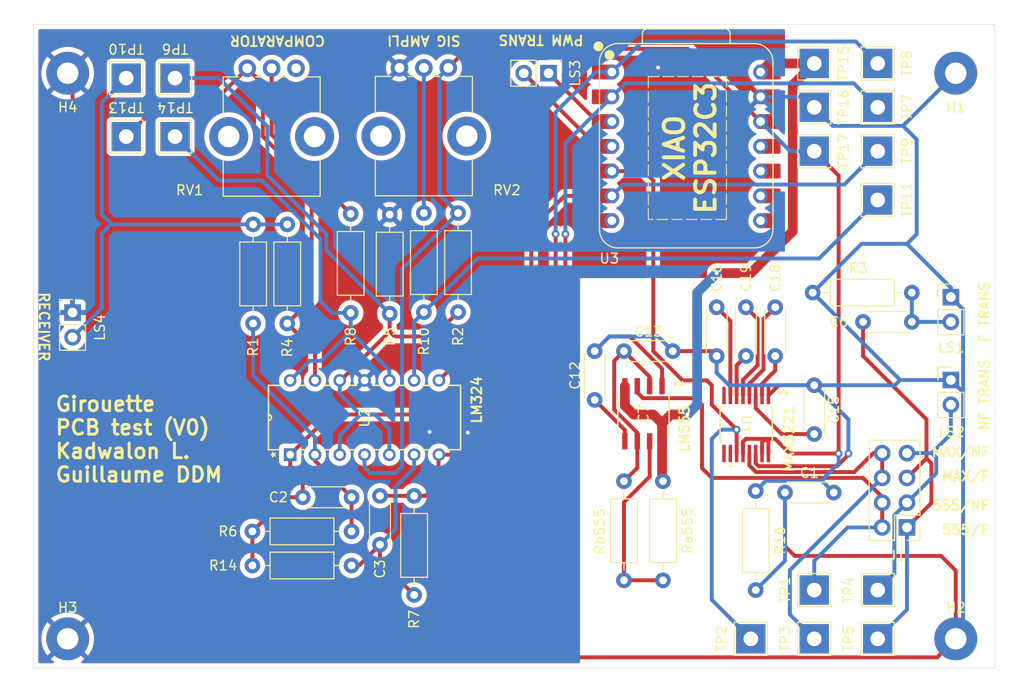
<source format=kicad_pcb>
(kicad_pcb (version 20241229) (generator "pcbnew") (generator_version "9.0")
  (layers (0 "F.Cu" signal) (2 "B.Cu" signal) (13 "F.Paste" user) (15 "B.Paste" user) (5 "F.SilkS" user "F.Silkscreen") (7 "B.SilkS" user "B.Silkscreen") (1 "F.Mask" user) (3 "B.Mask" user) (25 "Edge.Cuts" user))
  (net 0 "")
  (net 1 "MAX_PULSE")
  (net 2 "GND")
  (net 3 "PWM_MAX")
  (net 4 "+3.3V")
  (net 5 "+5V")
  (net 6 "555_PULSE")
  (net 7 "emit_f")
  (net 8 "Net-(C6-Pad1)")
  (net 9 "emit_nf")
  (net 10 "emit_pwm_1")
  (net 11 "emit_pwm_2")
  (net 12 "aop_stage_2_out")
  (net 13 "aop_stage_1_out")
  (net 14 "trans_rcv")
  (net 15 "aop_offset")
  (net 16 "Net-(U2A--)")
  (net 17 "Net-(U2C--)")
  (net 18 "Net-(C7-CVOLT)")
  (net 19 "Net-(C7-THR)")
  (net 20 "Net-(C7-DIS)")
  (net 21 "Net-(U1-V+)")
  (net 22 "Net-(U1-V-)")
  (net 23 "Net-(U1-C1-)")
  (net 24 "Net-(U1-C1+)")
  (net 25 "Net-(U1-C2-)")
  (net 26 "Net-(U1-C2+)")
  (net 27 "Net-(U2D--)")
  (net 28 "Net-(R8-Pad1)")
  (net 29 "Net-(U2B--)")
  (net 30 "Net-(R10-Pad2)")
  (net 32 "comparator_out")
  (net 41 "Net-(U2C-+)")
  (footprint "TestPoint:TestPoint_THTPad_3.0x3.0mm_Drill1.5mm" (layer "F.Cu") (at 177.5 109.58 90)
    (property "Reference" "TP2")
    (property "Value" "TestPoint_Probe")
  )
  (footprint "Resistor_THT:R_Axial_DIN0207_L6.3mm_D2.5mm_P10.16mm_Horizontal" (layer "F.Cu") (at 140.5 66.08 -90)
    (property "Reference" "R5")
    (property "Value" "330k")
  )
  (footprint "TestPoint:TestPoint_THTPad_3.0x3.0mm_Drill1.5mm" (layer "F.Cu") (at 118.5 58.08 180)
    (property "Reference" "TP14")
    (property "Value" "TestPoint_Probe")
  )
  (footprint "TestPoint:TestPoint_THTPad_3.0x3.0mm_Drill1.5mm" (layer "F.Cu") (at 118.5 52.08)
    (property "Reference" "TP6")
    (property "Value" "TestPoint_Probe")
  )
  (footprint "Capacitor_THT:C_Disc_D4.3mm_W1.9mm_P5.00mm" (layer "F.Cu") (at 161.5 80.08 -90)
    (property "Reference" "C12")
    (property "Value" "10nF")
  )
  (footprint "Resistor_THT:R_Axial_DIN0207_L6.3mm_D2.5mm_P10.16mm_Horizontal" (layer "F.Cu") (at 144 76.08 90)
    (property "Reference" "R10")
    (property "Value" "330k")
  )
  (footprint "Connector_PinHeader_2.54mm:PinHeader_1x02_P2.54mm_Vertical" (layer "F.Cu") (at 198 83.04)
    (property "Reference" "LS2")
    (property "Value" "Speaker_Ultrasound")
  )
  (footprint "TestPoint:TestPoint_THTPad_3.0x3.0mm_Drill1.5mm" (layer "F.Cu") (at 113.5 52.08 180)
    (property "Reference" "TP10")
    (property "Value" "TestPoint_Probe")
  )
  (footprint "Resistor_THT:R_Axial_DIN0207_L6.3mm_D2.5mm_P10.16mm_Horizontal" (layer "F.Cu") (at 136.5 66 -90)
    (property "Reference" "R8")
    (property "Value" "390k")
  )
  (footprint "Capacitor_THT:C_Disc_D4.3mm_W1.9mm_P5.00mm" (layer "F.Cu") (at 174 80.58 90)
    (property "Reference" "C16")
    (property "Value" "100nF")
  )
  (footprint "Seeduino:XIAO-ESP32C3-DIP" (layer "F.Cu") (at 171 59.08)
    (property "Reference" "U3")
    (property "Value" "XIAO-ESP32-C3-DIP")
  )
  (footprint "Capacitor_THT:C_Disc_D4.3mm_W1.9mm_P5.00mm" (layer "F.Cu") (at 177 75.58 -90)
    (property "Reference" "C19")
    (property "Value" "100nF")
  )
  (footprint "TestPoint:TestPoint_THTPad_3.0x3.0mm_Drill1.5mm" (layer "F.Cu") (at 184 50.58 90)
    (property "Reference" "TP15")
    (property "Value" "TestPoint_Probe")
  )
  (footprint "TestPoint:TestPoint_THTPad_3.0x3.0mm_Drill1.5mm" (layer "F.Cu") (at 190.5 50.58 -90)
    (property "Reference" "TP8")
    (property "Value" "TestPoint_Probe")
  )
  (footprint "Capacitor_THT:C_Disc_D4.3mm_W1.9mm_P5.00mm" (layer "F.Cu") (at 139.5 94.92 -90)
    (property "Reference" "C3")
    (property "Value" "1pF")
  )
  (footprint "Connector_PinHeader_2.54mm:PinHeader_1x02_P2.54mm_Vertical" (layer "F.Cu") (at 198 74.54)
    (property "Reference" "LS1")
    (property "Value" "Speaker_Ultrasound")
  )
  (footprint "MountingHole:MountingHole_2.2mm_M2_Pad_TopBottom" (layer "F.Cu") (at 198.5 109.58)
    (property "Reference" "H2")
    (property "Value" "MountingHole_Pad")
  )
  (footprint "TestPoint:TestPoint_THTPad_3.0x3.0mm_Drill1.5mm" (layer "F.Cu") (at 184 59.58 90)
    (property "Reference" "TP17")
    (property "Value" "TestPoint_Probe")
  )
  (footprint "TestPoint:TestPoint_THTPad_3.0x3.0mm_Drill1.5mm" (layer "F.Cu") (at 184 109.58 90)
    (property "Reference" "TP3")
    (property "Value" "TestPoint_Probe")
  )
  (footprint "Resistor_THT:R_Axial_DIN0207_L6.3mm_D2.5mm_P10.16mm_Horizontal" (layer "F.Cu") (at 194 74.08 180)
    (property "Reference" "R3")
    (property "Value" "4.7K")
  )
  (footprint "Capacitor_THT:C_Disc_D4.3mm_W1.9mm_P5.00mm" (layer "F.Cu") (at 131.589693 95.063738)
    (property "Reference" "C2")
    (property "Value" "1pF")
  )
  (footprint "Connector_PinHeader_2.54mm:PinHeader_1x02_P2.54mm_Vertical" (layer "F.Cu") (at 156.775 51.58 -90)
    (property "Reference" "LS3")
    (property "Value" "Speaker_Ultrasound")
  )
  (footprint "Capacitor_THT:C_Disc_D4.3mm_W1.9mm_P5.00mm" (layer "F.Cu") (at 180 75.58 -90)
    (property "Reference" "C18")
    (property "Value" "100nF")
  )
  (footprint "Connector_PinHeader_2.54mm:PinHeader_2x04_P2.54mm_Vertical" (layer "F.Cu") (at 193.5 98.16 180)
    (property "Reference" "J1")
    (property "Value" "Conn_02x04_Odd_Even")
  )
  (footprint "Connector_PinHeader_2.54mm:PinHeader_1x02_P2.54mm_Vertical" (layer "F.Cu") (at 108 76.12)
    (property "Reference" "LS4")
    (property "Value" "Speaker_Ultrasound")
  )
  (footprint "Capacitor_THT:C_Disc_D4.3mm_W1.9mm_P5.00mm" (layer "F.Cu") (at 184 83.58 -90)
    (property "Reference" "C15")
    (property "Value" "100nF")
  )
  (footprint "Resistor_THT:R_Axial_DIN0207_L6.3mm_D2.5mm_P10.16mm_Horizontal" (layer "F.Cu") (at 168.5 93.42 -90)
    (property "Reference" "Ra555")
    (property "Value" "1K")
  )
  (footprint "TestPoint:TestPoint_THTPad_3.0x3.0mm_Drill1.5mm" (layer "F.Cu") (at 113.5 58.08 180)
    (property "Reference" "TP13")
    (property "Value" "TestPoint_Probe")
  )
  (footprint "Resistor_THT:R_Axial_DIN0207_L6.3mm_D2.5mm_P10.16mm_Horizontal" (layer "F.Cu") (at 126.429693 102.063738)
    (property "Reference" "R14")
    (property "Value" "33k")
  )
  (footprint "TestPoint:TestPoint_THTPad_3.0x3.0mm_Drill1.5mm" (layer "F.Cu") (at 190.5 104.58 90)
    (property "Reference" "TP4")
    (property "Value" "TestPoint_Probe")
  )
  (footprint "TestPoint:TestPoint_THTPad_3.0x3.0mm_Drill1.5mm" (layer "F.Cu") (at 190.5 55.08 -90)
    (property "Reference" "TP7")
    (property "Value" "TestPoint_Probe")
  )
  (footprint "Resistor_THT:R_Axial_DIN0207_L6.3mm_D2.5mm_P10.16mm_Horizontal" (layer "F.Cu") (at 130 67.08 -90)
    (property "Reference" "R4")
    (property "Value" "33k")
  )
  (footprint "Capacitor_THT:C_Disc_D4.3mm_W1.9mm_P5.00mm" (layer "F.Cu") (at 194 77.08 180)
    (property "Reference" "C6")
    (property "Value" "1nF")
  )
  (footprint "MAX3221EIPWR:PW16-M" (layer "F.Cu") (at 177.025001 87.6082 -90)
    (property "Reference" "U1")
    (property "Value" "MAX3221EIPWR")
  )
  (footprint "TestPoint:TestPoint_THTPad_3.0x3.0mm_Drill1.5mm" (layer "F.Cu") (at 184 104.58 90)
    (property "Reference" "TP1")
    (property "Value" "TestPoint_Probe")
  )
  (footprint "TestPoint:TestPoint_THTPad_3.0x3.0mm_Drill1.5mm" (layer "F.Cu") (at 190.5 59.58 90)
    (property "Reference" "TP9")
    (property "Value" "TestPoint_Probe")
  )
  (footprint "MountingHole:MountingHole_2.2mm_M2_Pad_TopBottom" (layer "F.Cu") (at 107.5 109.58)
    (property "Reference" "H3")
    (property "Value" "MountingHole_Pad")
  )
  (footprint "LM555CMX-NOPB:M08A-M" (layer "F.Cu") (at 166.5 86.5 -90)
    (property "Reference" "C7")
    (property "Value" "LM555CMX/NOPB")
  )
  (footprint "Resistor_THT:R_Axial_DIN0207_L6.3mm_D2.5mm_P10.16mm_Horizontal" (layer "F.Cu") (at 178 94.42 -90)
    (property "Reference" "R16")
    (property "Value" "82k")
  )
  (footprint "MountingHole:MountingHole_2.2mm_M2_Pad_TopBottom" (layer "F.Cu") (at 198.5 51.58)
    (property "Reference" "H1")
    (property "Value" "MountingHole_Pad")
  )
  (footprint "Capacitor_THT:C_Disc_D4.3mm_W1.9mm_P5.00mm" (layer "F.Cu") (at 181 94.58)
    (property "Reference" "C1")
    (property "Value" "100nF")
  )
  (footprint "Potentiometer_THT:Potentiometer_Bourns_PTV09A-1_Single_Vertical" (layer "F.Cu") (at 125.9 51.08 -90)
    (property "Reference" "RV1")
    (property "Value" "R_Potentiometer")
  )
  (footprint "TestPoint:TestPoint_THTPad_3.0x3.0mm_Drill1.5mm" (layer "F.Cu") (at 184 55.08 90)
    (property "Reference" "TP16")
    (property "Value" "TestPoint_Probe")
  )
  (footprint "MountingHole:MountingHole_2.2mm_M2_Pad_TopBottom" (layer "F.Cu") (at 107.5 51.58)
    (property "Reference" "H4")
    (property "Value" "MountingHole_Pad")
  )
  (footprint "Resistor_THT:R_Axial_DIN0207_L6.3mm_D2.5mm_P10.16mm_Horizontal" (layer "F.Cu") (at 164.5 103.58 90)
    (property "Reference" "Rb555")
    (property "Value" "1.2K")
  )
  (footprint "Capacitor_THT:C_Disc_D4.3mm_W1.9mm_P5.00mm" (layer "F.Cu") (at 164.5 80.08)
    (property "Reference" "C13")
    (property "Value" "10nF")
  )
  (footprint "Resistor_THT:R_Axial_DIN0207_L6.3mm_D2.5mm_P10.16mm_Horizontal" (layer "F.Cu") (at 143 105.08 90)
    (property "Reference" "R7")
    (property "Value" "470k")
  )
  (footprint "Resistor_THT:R_Axial_DIN0207_L6.3mm_D2.5mm_P10.16mm_Horizontal" (layer "F.Cu") (at 136.589693 98.563738 180)
    (property "Reference" "R6")
    (property "Value" "470k")
  )
  (footprint "LM324AN:N14" (layer "F.Cu") (at 145.54 83.08 90)
    (property "Reference" "U2")
    (property "Value" "LM324")
  )
  (footprint "TestPoint:TestPoint_THTPad_3.0x3.0mm_Drill1.5mm" (layer "F.Cu") (at 190.5 109.58 -90)
    (property "Reference" "TP5")
    (property "Value" "TestPoint_Probe")
  )
  (footprint "Resistor_THT:R_Axial_DIN0207_L6.3mm_D2.5mm_P10.16mm_Horizontal" (layer "F.Cu") (at 147.5 76.08 90)
    (property "Reference" "R2")
    (property "Value" "330k")
  )
  (footprint "TestPoint:TestPoint_THTPad_3.0x3.0mm_Drill1.5mm" (layer "F.Cu") (at 190.5 64.58 -90)
    (property "Reference" "TP11")
    (property "Value" "TestPoint_Probe")
  )
  (footprint "Resistor_THT:R_Axial_DIN0207_L6.3mm_D2.5mm_P10.16mm_Horizontal" (layer "F.Cu") (at 126.5 67.08 -90)
    (property "Reference" "R1")
    (property "Value" "33k")
  )
  (footprint "Potentiometer_THT:Potentiometer_Bourns_PTV09A-1_Single_Vertical" (layer "F.Cu") (at 141.5 51.03 -90)
    (property "Reference" "RV2")
    (property "Value" "R_Potentiometer")
  )
  (gr_rect (start 104 46.58) (end 202.5 112.58) (stroke (width 0.05)) (fill no) (layer "Edge.Cuts"))
  (gr_text "555/NF" (at 199 96.5 0) (layer "F.SilkS") (effects (font (size 1 1) (thickness 0.2) (bold yes)) (justify bottom)))
  (gr_text "LM324" (at 150 85.08 90) (layer "F.SilkS") (effects (font (size 1 1) (thickness 0.2) (bold yes)) (justify bottom)))
  (gr_text "PWM TRANS" (at 156 47.58 180) (layer "F.SilkS") (effects (font (size 1 1) (thickness 0.2) (bold yes)) (justify bottom)))
  (gr_text "MAX/NF" (at 199 91 0) (layer "F.SilkS") (effects (font (size 1 1) (thickness 0.2) (bold yes)) (justify bottom)))
  (gr_text "MAX3221" (at 182 89.08 90) (layer "F.SilkS") (effects (font (size 1 1) (thickness 0.2) (bold yes)) (justify bottom)))
  (gr_text "LM555" (at 171.291464 88.08 90) (layer "F.SilkS") (effects (font (size 1 1) (thickness 0.2) (bold yes)) (justify bottom)))
  (gr_text "NF TRANS" (at 202 84.58 90) (layer "F.SilkS") (effects (font (size 1 1) (thickness 0.2) (bold yes)) (justify bottom)))
  (gr_text "MAX/F" (at 199.5 93.5 0) (layer "F.SilkS") (effects (font (size 1 1) (thickness 0.2) (bold yes)) (justify bottom)))
  (gr_text "555/F" (at 199.5 99 0) (layer "F.SilkS") (effects (font (size 1 1) (thickness 0.2) (bold yes)) (justify bottom)))
  (gr_text "RECEIVER" (at 104.5 77.58 270) (layer "F.SilkS") (effects (font (size 1 1) (thickness 0.2) (bold yes)) (justify bottom)))
  (gr_text "F TRANS" (at 202 76.08 90) (layer "F.SilkS") (effects (font (size 1 1) (thickness 0.2) (bold yes)) (justify bottom)))
  (gr_text_box "Girouette\nPCB test (V0)\nKadwalon L.\nGuillaume DDM" (start 104.875 83.3984) (end 125.125 94.5) (margins 1.225 1.225 1.225 1.225) (layer "F.SilkS") (effects (font (size 1.5 1.5) (thickness 0.3) (bold yes)) (justify left top)) (border no) (stroke (width 0) (type dash_dot_dot)))
  (gr_text_box "XIAO ESP32C3" (start 167 51.9276) (end 175 66.58) (margins 1.55 1.55 1.55 1.55) (angle 90) (layer "F.SilkS") (effects (font (size 2 2) (thickness 0.4) (bold yes)) (justify top)) (border yes) (stroke (width 0.1) (type dash)))
  (gr_text_box "SIG AMPLI" (start 138.5 47.08) (end 149.5 49.58) (margins 0.75 0.75 0.75 0.75) (angle 180) (layer "F.SilkS") (effects (font (size 1 1) (thickness 0.2) (bold yes)) (justify top)) (border no))
  (gr_text_box "COMPARATOR" (start 124.25 47.08) (end 133.75 49.58) (margins 0.75 0.75 0.75 0.75) (angle 180) (layer "F.SilkS") (effects (font (size 1 1) (thickness 0.2) (bold yes)) (justify top)) (border no))
  (segment (start 178.0332 92.48) (end 177.349999 91.796799) (width 0.4) (layer "F.Cu") (net 1))
  (segment (start 190.96 90.54) (end 190.04 90.54) (width 0.4) (layer "F.Cu") (net 1))
  (segment (start 190.04 90.54) (end 188.1 92.48) (width 0.4) (layer "F.Cu") (net 1))
  (segment (start 190.96 93.08) (end 190.96 90.54) (width 0.4) (layer "F.Cu") (net 1))
  (segment (start 188.1 92.48) (end 178.0332 92.48) (width 0.4) (layer "F.Cu") (net 1))
  (segment (start 177.349999 91.796799) (end 177.349999 90.58) (width 0.4) (layer "F.Cu") (net 1))
  (segment (start 181.5 102.54) (end 190.96 93.08) (width 0.4) (layer "B.Cu") (net 1))
  (segment (start 181.5 107.08) (end 181.5 102.54) (width 0.4) (layer "B.Cu") (net 1))
  (segment (start 184 109.58) (end 181.5 107.08) (width 0.4) (layer "B.Cu") (net 1))
  (segment (start 197 101.08) (end 198.5 102.58) (width 0.4) (layer "F.Cu") (net 2))
  (segment (start 196.6 111.48) (end 109.4 111.48) (width 0.4) (layer "F.Cu") (net 2))
  (segment (start 168.405 81.886471) (end 168.405 83.67425) (width 0.4) (layer "F.Cu") (net 2))
  (segment (start 181 100.08) (end 182 101.08) (width 0.4) (layer "F.Cu") (net 2))
  (segment (start 144.05 48.48) (end 141.5 51.03) (width 0.4) (layer "F.Cu") (net 2))
  (segment (start 181 94.58) (end 181 100.08) (width 0.4) (layer "F.Cu") (net 2))
  (segment (start 169.5 80.08) (end 173.5 80.08) (width 0.4) (layer "F.Cu") (net 2))
  (segment (start 184 83.58) (end 180.3564 83.58) (width 0.4) (layer "F.Cu") (net 2))
  (segment (start 109.4 111.48) (end 107.5 109.58) (width 0.4) (layer "F.Cu") (net 2))
  (segment (start 163 78.58) (end 165.098529 78.58) (width 0.4) (layer "F.Cu") (net 2))
  (segment (start 198.5 109.58) (end 196.6 111.48) (width 0.4) (layer "F.Cu") (net 2))
  (segment (start 165.098529 78.58) (end 168.405 81.886471) (width 0.4) (layer "F.Cu") (net 2))
  (segment (start 161.5 80.08) (end 163 78.58) (width 0.4) (layer "F.Cu") (net 2))
  (segment (start 180.3564 83.58) (end 179.3 84.6364) (width 0.4) (layer "F.Cu") (net 2))
  (segment (start 108 76.12) (end 108 52.08) (width 0.4) (layer "F.Cu") (net 2))
  (segment (start 178 91.58) (end 178.3 91.88) (width 0.4) (layer "F.Cu") (net 2))
  (segment (start 178.5 54) (end 172.98 48.48) (width 0.4) (layer "F.Cu") (net 2))
  (segment (start 186.331371 91.88) (end 187.500003 90.711368) (width 0.4) (layer "F.Cu") (net 2))
  (segment (start 187.500003 90.711368) (end 187.500003 90.58) (width 0.4) (layer "F.Cu") (net 2))
  (segment (start 173.5 80.08) (end 174 80.58) (width 0.4) (layer "F.Cu") (net 2))
  (segment (start 172.98 48.48) (end 144.05 48.48) (width 0.4) (layer "F.Cu") (net 2))
  (segment (start 198.5 102.58) (end 198.5 109.58) (width 0.4) (layer "F.Cu") (net 2))
  (segment (start 108 52.08) (end 107.5 51.58) (width 0.4) (layer "F.Cu") (net 2))
  (segment (start 178.3 91.88) (end 186.331371 91.88) (width 0.4) (layer "F.Cu") (net 2))
  (segment (start 182 101.08) (end 197 101.08) (width 0.4) (layer "F.Cu") (net 2))
  (segment (start 178 90.58) (end 178 91.58) (width 0.4) (layer "F.Cu") (net 2))
  (via (at 148.487268 88.440258) (size 0.8) (drill 0.4) (layers "F.Cu" "B.Cu") (net 2))
  (via (at 187.500003 90.58) (size 0.8) (drill 0.4) (layers "F.Cu" "B.Cu") (net 2))
  (via (at 168 51) (size 0.8) (drill 0.4) (layers "F.Cu" "B.Cu") (net 2))
  (via (at 144.578703 88.365453) (size 0.8) (drill 0.4) (layers "F.Cu" "B.Cu") (net 2))
  (segment (start 175.272792 83.58) (end 174 82.307208) (width 0.4) (layer "B.Cu") (net 2))
  (segment (start 199.25 75.79) (end 198 74.54) (width 0.4) (layer "B.Cu") (net 2))
  (segment (start 192.8 83.04) (end 198 83.04) (width 0.4) (layer "B.Cu") (net 2))
  (segment (start 185.9 56.98) (end 184 55.08) (width 0.4) (layer "B.Cu") (net 2))
  (segment (start 193.5 69.08) (end 198 73.58) (width 0.4) (layer "B.Cu") (net 2))
  (segment (start 182.92 54) (end 184 55.08) (width 0.4) (layer "B.Cu") (net 2))
  (segment (start 199.25 84.29) (end 198 83.04) (width 0.4) (layer "B.Cu") (net 2))
  (segment (start 199.25 84.29) (end 199.25 75.79) (width 0.4) (layer "B.Cu") (net 2))
  (segment (start 199.25 108.83) (end 199.25 84.29) (width 0.4) (layer "B.Cu") (net 2))
  (segment (start 161.5 80.08) (end 163 78.58) (width 0.4) (layer "B.Cu") (net 2))
  (segment (start 181 94.58) (end 181 101.58) (width 0.4) (layer "B.Cu") (net 2))
  (segment (start 198.5 109.58) (end 199.25 108.83) (width 0.4) (layer "B.Cu") (net 2))
  (segment (start 193.5 69.08) (end 194.5 68.08) (width 0.4) (layer "B.Cu") (net 2))
  (segment (start 188.84 69.08) (end 193.5 69.08) (width 0.4) (layer "B.Cu") (net 2))
  (segment (start 194.5 68.08) (end 194.5 58.38) (width 0.4) (layer "B.Cu") (net 2))
  (segment (start 184 83.58) (end 175.272792 83.58) (width 0.4) (layer "B.Cu") (net 2))
  (segment (start 194.5 58.38) (end 193.1 56.98) (width 0.4) (layer "B.Cu") (net 2))
  (segment (start 168 78.58) (end 169.5 80.08) (width 0.4) (layer "B.Cu") (net 2))
  (segment (start 187.500003 90.58) (end 187.500003 87.080003) (width 0.4) (layer "B.Cu") (net 2))
  (segment (start 142.4 64.18) (end 140.5 66.08) (width 0.4) (layer "B.Cu") (net 2))
  (segment (start 187.500003 87.080003) (end 184 83.58) (width 0.4) (layer "B.Cu") (net 2))
  (segment (start 174 82.307208) (end 174 80.58) (width 0.4) (layer "B.Cu") (net 2))
  (segment (start 193.1 56.98) (end 185.9 56.98) (width 0.4) (layer "B.Cu") (net 2))
  (segment (start 192.26 83.58) (end 192.8 83.04) (width 0.4) (layer "B.Cu") (net 2))
  (segment (start 184 83.58) (end 192.26 83.58) (width 0.4) (layer "B.Cu") (net 2))
  (segment (start 142.4 51.93) (end 142.4 64.18) (width 0.4) (layer "B.Cu") (net 2))
  (segment (start 198 73.58) (end 198 74.54) (width 0.4) (layer "B.Cu") (net 2))
  (segment (start 183.84 74.08) (end 192.8 83.04) (width 0.4) (layer "B.Cu") (net 2))
  (segment (start 141.5 51.03) (end 142.4 51.93) (width 0.4) (layer "B.Cu") (net 2))
  (segment (start 183.84 74.08) (end 188.84 69.08) (width 0.4) (layer "B.Cu") (net 2))
  (segment (start 198.5 51.58) (end 193.1 56.98) (width 0.4) (layer "B.Cu") (net 2))
  (segment (start 178.5 54) (end 182.92 54) (width 0.4) (layer "B.Cu") (net 2))
  (segment (start 163 78.58) (end 168 78.58) (width 0.4) (layer "B.Cu") (net 2))
  (segment (start 181 101.58) (end 178 104.58) (width 0.4) (layer "B.Cu") (net 2))
  (segment (start 173.5 85.58) (end 173.5 83.58) (width 0.4) (layer "F.Cu") (net 3))
  (segment (start 170.5 83.08) (end 167.5 80.08) (width 0.4) (layer "F.Cu") (net 3))
  (segment (start 173 83.08) (end 170.5 83.08) (width 0.4) (layer "F.Cu") (net 3))
  (segment (start 176.050002 90.58) (end 176.050002 88.130002) (width 0.4) (layer "F.Cu") (net 3))
  (segment (start 167.5 62.58) (end 166.54 61.62) (width 0.4) (layer "F.Cu") (net 3))
  (segment (start 167.5 80.08) (end 167.5 62.58) (width 0.4) (layer "F.Cu") (net 3))
  (segment (start 166.54 61.62) (end 163.26 61.62) (width 0.4) (layer "F.Cu") (net 3))
  (segment (start 176.050002 88.130002) (end 173.5 85.58) (width 0.4) (layer "F.Cu") (net 3))
  (segment (start 173.5 83.58) (end 173 83.08) (width 0.4) (layer "F.Cu") (net 3))
  (via (at 176.050002 88.130002) (size 0.8) (drill 0.4) (layers "F.Cu" "B.Cu") (net 3))
  (segment (start 173.5 89.08) (end 174.449998 88.130002) (width 0.4) (layer "B.Cu") (net 3))
  (segment (start 173.5 105.58) (end 173.5 89.08) (width 0.4) (layer "B.Cu") (net 3))
  (segment (start 177.5 109.58) (end 173.5 105.58) (width 0.4) (layer "B.Cu") (net 3))
  (segment (start 174.449998 88.130002) (end 176.050002 88.130002) (width 0.4) (layer "B.Cu") (net 3))
  (segment (start 178.649999 89.430001) (end 179 89.08) (width 0.4) (layer "F.Cu") (net 4))
  (segment (start 179.3 89.38) (end 179.3 90.58) (width 0.4) (layer "F.Cu") (net 4))
  (segment (start 179 89.08) (end 179.3 89.38) (width 0.4) (layer "F.Cu") (net 4))
  (segment (start 176.7 89.363199) (end 176.7 90.58) (width 0.4) (layer "F.Cu") (net 4))
  (segment (start 178.5 56.54) (end 171.04 49.08) (width 0.4) (layer "F.Cu") (net 4))
  (segment (start 186.5 90.58) (end 181.5 90.58) (width 0.4) (layer "F.Cu") (net 4))
  (segment (start 186.5 90.58) (end 186.5 62.08) (width 0.4) (layer "F.Cu") (net 4))
  (segment (start 180 89.08) (end 179 89.08) (width 0.4) (layer "F.Cu") (net 4))
  (segment (start 179 89.08) (end 176.983199 89.08) (width 0.4) (layer "F.Cu") (net 4))
  (segment (start 176.983199 89.08) (end 176.7 89.363199) (width 0.4) (layer "F.Cu") (net 4))
  (segment (start 181.5 90.58) (end 180 89.08) (width 0.4) (layer "F.Cu") (net 4))
  (segment (start 148.45 49.08) (end 146.5 51.03) (width 0.4) (layer "F.Cu") (net 4))
  (segment (start 186.5 62.08) (end 184 59.58) (width 0.4) (layer "F.Cu") (net 4))
  (segment (start 178.649999 90.58) (end 178.649999 89.430001) (width 0.4) (layer "F.Cu") (net 4))
  (segment (start 171.04 49.08) (end 148.45 49.08) (width 0.4) (layer "F.Cu") (net 4))
  (via (at 186.5 90.58) (size 0.8) (drill 0.4) (layers "F.Cu" "B.Cu") (net 4))
  (segment (start 184 59.58) (end 181.54 59.58) (width 0.4) (layer "B.Cu") (net 4))
  (segment (start 137.92 92) (end 138.5 92.58) (width 0.4) (layer "B.Cu") (net 4))
  (segment (start 184.8 93.38) (end 179.04 93.38) (width 0.4) (layer "B.Cu") (net 4))
  (segment (start 184.8 93.28) (end 184.8 93.38) (width 0.4) (layer "B.Cu") (net 4))
  (segment (start 138.5 92.58) (end 141.138528 92.58) (width 0.4) (layer "B.Cu") (net 4))
  (segment (start 186 94.58) (end 184.8 93.38) (width 0.4) (layer "B.Cu") (net 4))
  (segment (start 145.6 64.02) (end 147.5 65.92) (width 0.4) (layer "B.Cu") (net 4))
  (segment (start 186.5 90.58) (end 186.5 91.58) (width 0.4) (layer "B.Cu") (net 4))
  (segment (start 181.54 59.58) (end 178.5 56.54) (width 0.4) (layer "B.Cu") (net 4))
  (segment (start 137.92 90.7) (end 137.92 92) (width 0.4) (layer "B.Cu") (net 4))
  (segment (start 179.04 93.38) (end 178 94.42) (width 0.4) (layer "B.Cu") (net 4))
  (segment (start 141.138528 92.58) (end 141.76 91.958528) (width 0.4) (layer "B.Cu") (net 4))
  (segment (start 186.5 91.58) (end 184.8 93.28) (width 0.4) (layer "B.Cu") (net 4))
  (segment (start 141.76 91.958528) (end 141.76 71.66) (width 0.4) (layer "B.Cu") (net 4))
  (segment (start 145.6 51.93) (end 145.6 64.02) (width 0.4) (layer "B.Cu") (net 4))
  (segment (start 141.76 71.66) (end 147.5 65.92) (width 0.4) (layer "B.Cu") (net 4))
  (segment (start 146.5 51.03) (end 145.6 51.93) (width 0.4) (layer "B.Cu") (net 4))
  (segment (start 168.5 93.42) (end 168.405 93.325) (width 1) (layer "F.Cu") (net 5))
  (segment (start 168.405 89.32575) (end 168.405 87.485) (width 1) (layer "F.Cu") (net 5))
  (segment (start 168.405 87.485) (end 167.5 86.58) (width 1) (layer "F.Cu") (net 5))
  (segment (start 168.405 93.325) (end 168.405 89.32575) (width 1) (layer "F.Cu") (net 5))
  (segment (start 171 86.58) (end 169.31 86.58) (width 1) (layer "F.Cu") (net 5))
  (segment (start 174 72.08) (end 177.5 72.08) (width 1) (layer "F.Cu") (net 5))
  (segment (start 165.5 86.58) (end 164.595 85.675) (width 1) (layer "F.Cu") (net 5))
  (segment (start 167.5 86.58) (end 165.5 86.58) (width 1) (layer "F.Cu") (net 5))
  (segment (start 184 50.58) (end 179.38 50.58) (width 1) (layer "F.Cu") (net 5))
  (segment (start 169.31 86.58) (end 168.405 87.485) (width 1) (layer "F.Cu") (net 5))
  (segment (start 177.5 72.08) (end 181.8 67.78) (width 1) (layer "F.Cu") (net 5))
  (segment (start 164.595 85.675) (end 164.595 83.67425) (width 1) (layer "F.Cu") (net 5))
  (segment (start 181.8 67.78) (end 181.8 52.78) (width 1) (layer "F.Cu") (net 5))
  (segment (start 181.8 52.78) (end 184 50.58) (width 1) (layer "F.Cu") (net 5))
  (segment (start 179.38 50.58) (end 178.5 51.46) (width 1) (layer "F.Cu") (net 5))
  (via (at 171 86.58) (size 0.8) (drill 0.4) (layers "F.Cu" "B.Cu") (net 5))
  (via (at 174 72.08) (size 0.8) (drill 0.4) (layers "F.Cu" "B.Cu") (net 5))
  (segment (start 172 74.08) (end 172 85.58) (width 1) (layer "B.Cu") (net 5))
  (segment (start 174 72.08) (end 172 74.08) (width 1) (layer "B.Cu") (net 5))
  (segment (start 172 85.58) (end 171 86.58) (width 1) (layer "B.Cu") (net 5))
  (segment (start 189 93.08) (end 173.5 93.08) (width 0.4) (layer "F.Cu") (net 6))
  (segment (start 172.5 85.58) (end 171.8261 84.9061) (width 0.4) (layer "F.Cu") (net 6))
  (segment (start 190.96 95.04) (end 189 93.08) (width 0.4) (layer "F.Cu") (net 6))
  (segment (start 172.5 92.08) (end 172.5 85.58) (width 0.4) (layer "F.Cu") (net 6))
  (segment (start 171.8261 84.9061) (end 166.4556 84.9061) (width 0.4) (layer "F.Cu") (net 6))
  (segment (start 190.96 95.62) (end 190.96 95.04) (width 0.4) (layer "F.Cu") (net 6))
  (segment (start 173.5 93.08) (end 172.5 92.08) (width 0.4) (layer "F.Cu") (net 6))
  (segment (start 190.96 95.62) (end 190.96 98.16) (width 0.4) (layer "F.Cu") (net 6))
  (segment (start 166.4556 84.9061) (end 165.865 84.3155) (width 0.4) (layer "F.Cu") (net 6))
  (segment (start 165.865 84.3155) (end 165.865 83.67425) (width 0.4) (layer "F.Cu") (net 6))
  (segment (start 184 101.58) (end 187.42 98.16) (width 0.4) (layer "B.Cu") (net 6))
  (segment (start 184 104.58) (end 184 101.58) (width 0.4) (layer "B.Cu") (net 6))
  (segment (start 187.42 98.16) (end 190.96 98.16) (width 0.4) (layer "B.Cu") (net 6))
  (segment (start 189 77.08) (end 189 80.58) (width 0.4) (layer "F.Cu") (net 7))
  (segment (start 193.5 98.16) (end 196 95.66) (width 0.4) (layer "F.Cu") (net 7))
  (segment (start 196 95.66) (end 196 91.58) (width 0.4) (layer "F.Cu") (net 7))
  (segment (start 195.5 87.08) (end 195.5 91.08) (width 0.4) (layer "F.Cu") (net 7))
  (segment (start 196 91.58) (end 195.5 91.08) (width 0.4) (layer "F.Cu") (net 7))
  (segment (start 189 80.58) (end 195.5 87.08) (width 0.4) (layer "F.Cu") (net 7))
  (segment (start 195.5 91.08) (end 193.5 93.08) (width 0.4) (layer "F.Cu") (net 7))
  (segment (start 190.5 109.58) (end 193.5 106.58) (width 0.4) (layer "B.Cu") (net 7))
  (segment (start 193.5 106.58) (end 193.5 98.16) (width 0.4) (layer "B.Cu") (net 7))
  (segment (start 198 77.08) (end 194 77.08) (width 0.4) (layer "B.Cu") (net 8))
  (segment (start 194 77.08) (end 194 74.08) (width 0.4) (layer "B.Cu") (net 8))
  (segment (start 196.5 92.62) (end 196.5 91) (width 0.4) (layer "B.Cu") (net 9))
  (segment (start 192.21 96.91) (end 193.5 95.62) (width 0.4) (layer "B.Cu") (net 9))
  (segment (start 192.21 102.87) (end 192.21 96.91) (width 0.4) (layer "B.Cu") (net 9))
  (segment (start 198 85.58) (end 198 88.58) (width 0.4) (layer "B.Cu") (net 9))
  (segment (start 190.5 104.58) (end 192.21 102.87) (width 0.4) (layer "B.Cu") (net 9))
  (segment (start 198 88.58) (end 197 89.58) (width 0.4) (layer "B.Cu") (net 9))
  (segment (start 197 89.58) (end 196.04 90.54) (width 0.4) (layer "B.Cu") (net 9))
  (segment (start 196.04 90.54) (end 193.5 90.54) (width 0.4) (layer "B.Cu") (net 9))
  (segment (start 196.5 91) (end 196.04 90.54) (width 0.4) (layer "B.Cu") (net 9))
  (segment (start 193.5 95.62) (end 196.5 92.62) (width 0.4) (layer "B.Cu") (net 9))
  (segment (start 161.735 59.08) (end 163.26 59.08) (width 0.4) (layer "F.Cu") (net 10))
  (segment (start 154.235 51.58) (end 161.735 59.08) (width 0.4) (layer "F.Cu") (net 10))
  (segment (start 156.775 51.58) (end 161.735 56.54) (width 0.4) (layer "F.Cu") (net 11))
  (segment (start 161.735 56.54) (end 163.26 56.54) (width 0.4) (layer "F.Cu") (net 11))
  (segment (start 158.5 82.08) (end 158.5 68.08) (width 0.4) (layer "F.Cu") (net 12))
  (segment (start 143 94.92) (end 144.16 94.92) (width 0.4) (layer "F.Cu") (net 12))
  (segment (start 145.5 93.58) (end 145.5 90.84) (width 0.4) (layer "F.Cu") (net 12))
  (segment (start 149.88 90.7) (end 151.25 89.33) (width 0.4) (layer "F.Cu") (net 12))
  (segment (start 151.25 89.33) (end 158.5 82.08) (width 0.4) (layer "F.Cu") (net 12))
  (segment (start 145.54 90.7) (end 149.88 90.7) (width 0.4) (layer "F.Cu") (net 12))
  (segment (start 144.16 94.92) (end 145.5 93.58) (width 0.4) (layer "F.Cu") (net 12))
  (segment (start 143 94.92) (end 139.5 94.92) (width 0.4) (layer "F.Cu") (net 12))
  (via (at 158.5 68.08) (size 0.8) (drill 0.4) (layers "F.Cu" "B.Cu") (net 12))
  (segment (start 158.5 58.76) (end 163.26 54) (width 0.4) (layer "B.Cu") (net 12))
  (segment (start 158.5 68.08) (end 158.5 58.76) (width 0.4) (layer "B.Cu") (net 12))
  (segment (start 190.5 55.08) (end 188.042 52.622) (width 0.4) (layer "B.Cu") (net 12))
  (segment (start 164.638 52.622) (end 163.26 54) (width 0.4) (layer "B.Cu") (net 12))
  (segment (start 188.042 52.622) (end 164.638 52.622) (width 0.4) (layer "B.Cu") (net 12))
  (segment (start 157.5 81.58) (end 152.5 86.58) (width 0.4) (layer "F.Cu") (net 13))
  (segment (start 126.429693 102.063738) (end 126.429693 98.563738) (width 0.4) (layer "F.Cu") (net 13))
  (segment (start 131.589693 95.063738) (end 129.929693 95.063738) (width 0.4) (layer "F.Cu") (net 13))
  (segment (start 157.5 68.08) (end 157.5 81.58) (width 0.4) (layer "F.Cu") (net 13))
  (segment (start 130.3 90.7) (end 130.3 91.88) (width 0.4) (layer "F.Cu") (net 13))
  (segment (start 129.929693 95.063738) (end 126.429693 98.563738) (width 0.4) (layer "F.Cu") (net 13))
  (segment (start 152.5 86.58) (end 134.42 86.58) (width 0.4) (layer "F.Cu") (net 13))
  (segment (start 134.42 86.58) (end 130.3 90.7) (width 0.4) (layer "F.Cu") (net 13))
  (segment (start 131.589693 93.169693) (end 131.589693 95.063738) (width 0.4) (layer "F.Cu") (net 13))
  (segment (start 130.3 91.88) (end 131.589693 93.169693) (width 0.4) (layer "F.Cu") (net 13))
  (via (at 157.5 68.08) (size 0.8) (drill 0.4) (layers "F.Cu" "B.Cu") (net 13))
  (segment (start 166.39 48.33) (end 163.26 51.46) (width 0.4) (layer "B.Cu") (net 13))
  (segment (start 157.5 55.58) (end 161.62 51.46) (width 0.4) (layer "B.Cu") (net 13))
  (segment (start 190.5 50.58) (end 188.25 48.33) (width 0.4) (layer "B.Cu") (net 13))
  (segment (start 161.62 51.46) (end 163.26 51.46) (width 0.4) (layer "B.Cu") (net 13))
  (segment (start 188.25 48.33) (end 166.39 48.33) (width 0.4) (layer "B.Cu") (net 13))
  (segment (start 157.5 68.08) (end 157.5 55.58) (width 0.4) (layer "B.Cu") (net 13))
  (segment (start 112 67.08) (end 111.92 67.08) (width 0.4) (layer "B.Cu") (net 14))
  (segment (start 111 54.58) (end 111 66.08) (width 0.4) (layer "B.Cu") (net 14))
  (segment (start 111.92 67.08) (end 111 68) (width 0.4) (layer "B.Cu") (net 14))
  (segment (start 111 75.66) (end 108 78.66) (width 0.4) (layer "B.Cu") (net 14))
  (segment (start 126.5 67.08) (end 123 67.08) (width 0.4) (layer "B.Cu") (net 14))
  (segment (start 112 67.08) (end 123 67.08) (width 0.4) (layer "B.Cu") (net 14))
  (segment (start 126.5 67.08) (end 130 67.08) (width 0.4) (layer "B.Cu") (net 14))
  (segment (start 111 68) (end 111 75.66) (width 0.4) (layer "B.Cu") (net 14))
  (segment (start 111 66.08) (end 112 67.08) (width 0.4) (layer "B.Cu") (net 14))
  (segment (start 113.5 52.08) (end 111 54.58) (width 0.4) (layer "B.Cu") (net 14))
  (segment (start 140.5 76.24) (end 140.5 78.06) (width 0.4) (layer "F.Cu") (net 15))
  (segment (start 135.38 83.08) (end 135.48 83.08) (width 0.4) (layer "F.Cu") (net 15))
  (segment (start 140.49 78.07) (end 141 78.58) (width 0.4) (layer "F.Cu") (net 15))
  (segment (start 141 78.58) (end 145 78.58) (width 0.4) (layer "F.Cu") (net 15))
  (segment (start 135.48 83.08) (end 140.5 78.06) (width 0.4) (layer "F.Cu") (net 15))
  (segment (start 140.5 78.06) (end 140.49 78.07) (width 0.4) (layer "F.Cu") (net 15))
  (segment (start 145 78.58) (end 147.5 76.08) (width 0.4) (layer "F.Cu") (net 15))
  (segment (start 127.958972 62.038972) (end 134 68.08) (width 0.4) (layer "B.Cu") (net 15))
  (segment (start 139 86.58) (end 140.46 88.04) (width 0.4) (layer "B.Cu") (net 15))
  (segment (start 135.38 84.46) (end 137.5 86.58) (width 0.4) (layer "B.Cu") (net 15))
  (segment (start 137.5 86.58) (end 135.38 88.7) (width 0.4) (layer "B.Cu") (net 15))
  (segment (start 140.46 88.04) (end 140.46 90.7) (width 0.4) (layer "B.Cu") (net 15))
  (segment (start 118.5 52.08) (end 123 52.08) (width 0.4) (layer "B.Cu") (net 15))
  (segment (start 137.5 86.58) (end 139 86.58) (width 0.4) (layer "B.Cu") (net 15))
  (segment (start 135.38 88.7) (end 135.38 90.7) (width 0.4) (layer "B.Cu") (net 15))
  (segment (start 123 52.08) (end 127.958972 57.038972) (width 0.4) (layer "B.Cu") (net 15))
  (segment (start 134 69.74) (end 140.5 76.24) (width 0.4) (layer "B.Cu") (net 15))
  (segment (start 135.38 83.08) (end 135.38 84.46) (width 0.4) (layer "B.Cu") (net 15))
  (segment (start 127.958972 57.038972) (end 127.958972 62.038972) (width 0.4) (layer "B.Cu") (net 15))
  (segment (start 134 68.08) (end 134 69.74) (width 0.4) (layer "B.Cu") (net 15))
  (segment (start 132.84 90.7) (end 132.84 91.314045) (width 0.4) (layer "F.Cu") (net 16))
  (segment (start 132.84 91.314045) (end 136.589693 95.063738) (width 0.4) (layer "F.Cu") (net 16))
  (segment (start 136.589693 95.063738) (end 136.589693 98.563738) (width 0.4) (layer "F.Cu") (net 16))
  (segment (start 132.84 88.92) (end 132.84 90.7) (width 0.4) (layer "B.Cu") (net 16))
  (segment (start 126.5 82.58) (end 132.84 88.92) (width 0.4) (layer "B.Cu") (net 16))
  (segment (start 126.5 77.24) (end 126.5 82.58) (width 0.4) (layer "B.Cu") (net 16))
  (segment (start 190.5 64.58) (end 184.5 70.58) (width 0.4) (layer "B.Cu") (net 17))
  (segment (start 184.5 70.58) (end 149.5 70.58) (width 0.4) (layer "B.Cu") (net 17))
  (segment (start 149.5 70.58) (end 144 76.08) (width 0.4) (layer "B.Cu") (net 17))
  (segment (start 143 77.08) (end 143 83.08) (width 0.4) (layer "B.Cu") (net 17))
  (segment (start 144 76.08) (end 143 77.08) (width 0.4) (layer "B.Cu") (net 17))
  (segment (start 161.5 85.08) (end 164.595 88.175) (width 0.4) (layer "F.Cu") (net 18))
  (segment (start 164.595 88.175) (end 164.595 89.32575) (width 0.4) (layer "F.Cu") (net 18))
  (segment (start 165.865 92.055) (end 165.865 89.32575) (width 0.4) (layer "F.Cu") (net 19))
  (segment (start 163.5 86.08) (end 163.5 81.08) (width 0.4) (layer "F.Cu") (net 19))
  (segment (start 164.5 80.08) (end 167.135 82.715) (width 0.4) (layer "F.Cu") (net 19))
  (segment (start 163.5 81.08) (end 164.5 80.08) (width 0.4) (layer "F.Cu") (net 19))
  (segment (start 167.135 82.715) (end 167.135 83.67425) (width 0.4) (layer "F.Cu") (net 19))
  (segment (start 165.865 89.32575) (end 165.865 88.445) (width 0.4) (layer "F.Cu") (net 19))
  (segment (start 165.865 88.445) (end 163.5 86.08) (width 0.4) (layer "F.Cu") (net 19))
  (segment (start 164.5 93.42) (end 165.865 92.055) (width 0.4) (layer "F.Cu") (net 19))
  (segment (start 164.5 95.58) (end 167.135 92.945) (width 0.4) (layer "F.Cu") (net 20))
  (segment (start 164.5 103.58) (end 164.5 95.58) (width 0.4) (layer "F.Cu") (net 20))
  (segment (start 167.135 92.945) (end 167.135 89.32575) (width 0.4) (layer "F.Cu") (net 20))
  (segment (start 168.5 103.58) (end 164.5 103.58) (width 0.4) (layer "F.Cu") (net 20))
  (segment (start 184 88.58) (end 180.6546 88.58) (width 0.4) (layer "F.Cu") (net 21))
  (segment (start 178 85.9254) (end 178 84.6364) (width 0.4) (layer "F.Cu") (net 21))
  (segment (start 180.6546 88.58) (end 178 85.9254) (width 0.4) (layer "F.Cu") (net 21))
  (segment (start 174 75.58) (end 175.400003 76.980003) (width 0.4) (layer "F.Cu") (net 22))
  (segment (start 175.400003 76.980003) (end 175.400003 84.6364) (width 0.4) (layer "F.Cu") (net 22))
  (segment (start 178.8 81.9696) (end 177.350002 83.419598) (width 0.4) (layer "F.Cu") (net 23))
  (segment (start 180 75.58) (end 178.8 76.78) (width 0.4) (layer "F.Cu") (net 23))
  (segment (start 178.8 76.78) (end 178.8 81.9696) (width 0.4) (layer "F.Cu") (net 23))
  (segment (start 177.350002 83.419598) (end 177.350002 84.6364) (width 0.4) (layer "F.Cu") (net 23))
  (segment (start 178.650002 83.419598) (end 178.650002 84.6364) (width 0.4) (layer "F.Cu") (net 24))
  (segment (start 180 82.0696) (end 178.650002 83.419598) (width 0.4) (layer "F.Cu") (net 24))
  (segment (start 180 80.58) (end 180 82.0696) (width 0.4) (layer "F.Cu") (net 24))
  (segment (start 176.050002 81.529998) (end 176.050002 84.6364) (width 0.4) (layer "F.Cu") (net 25))
  (segment (start 177 80.58) (end 176.050002 81.529998) (width 0.4) (layer "F.Cu") (net 25))
  (segment (start 178.2 76.78) (end 178.2 81.531472) (width 0.4) (layer "F.Cu") (net 26))
  (segment (start 176.700003 83.031469) (end 176.700003 84.6364) (width 0.4) (layer "F.Cu") (net 26))
  (segment (start 177 75.58) (end 178.2 76.78) (width 0.4) (layer "F.Cu") (net 26))
  (segment (start 178.2 81.531472) (end 176.700003 83.031469) (width 0.4) (layer "F.Cu") (net 26))
  (segment (start 130 77.24) (end 132.84 80.08) (width 0.4) (layer "F.Cu") (net 27))
  (segment (start 130 77.12) (end 130 77.66) (width 0.4) (layer "F.Cu") (net 27))
  (segment (start 132.84 80.08) (end 132.84 83.08) (width 0.4) (layer "F.Cu") (net 27))
  (segment (start 127.5 58.08) (end 127.5 52.68) (width 0.4) (layer "F.Cu") (net 27))
  (segment (start 116.6 54.98) (end 122 54.98) (width 0.4) (layer "F.Cu") (net 27))
  (segment (start 130 77.24) (end 132.5 74.74) (width 0.4) (layer "F.Cu") (net 27))
  (segment (start 127.5 52.68) (end 125.9 51.08) (width 0.4) (layer "F.Cu") (net 27))
  (segment (start 132.5 74.74) (end 132.5 63.08) (width 0.4) (layer "F.Cu") (net 27))
  (segment (start 132.5 63.08) (end 127.5 58.08) (width 0.4) (layer "F.Cu") (net 27))
  (segment (start 122 54.98) (end 125.9 51.08) (width 0.4) (layer "F.Cu") (net 27))
  (segment (start 113.5 58.08) (end 116.6 54.98) (width 0.4) (layer "F.Cu") (net 27))
  (segment (start 128.4 57.9) (end 136.5 66) (width 0.4) (layer "F.Cu") (net 28))
  (segment (start 128.4 51.08) (end 128.4 57.9) (width 0.4) (layer "F.Cu") (net 28))
  (segment (start 139.5 99.92) (end 139.5 101.58) (width 0.4) (layer "F.Cu") (net 29))
  (segment (start 136.589693 102.063738) (end 137.356262 102.063738) (width 0.4) (layer "F.Cu") (net 29))
  (segment (start 137.356262 102.063738) (end 139.5 99.92) (width 0.4) (layer "F.Cu") (net 29))
  (segment (start 139.5 101.58) (end 143 105.08) (width 0.4) (layer "F.Cu") (net 29))
  (segment (start 141.09659 98.32341) (end 141.09659 93.98341) (width 0.4) (layer "B.Cu") (net 29))
  (segment (start 141.09659 93.98341) (end 143 92.08) (width 0.4) (layer "B.Cu") (net 29))
  (segment (start 143 92.08) (end 143 90.7) (width 0.4) (layer "B.Cu") (net 29))
  (segment (start 139.5 99.92) (end 141.09659 98.32341) (width 0.4) (layer "B.Cu") (net 29))
  (segment (start 144 51.03) (end 144 65.92) (width 0.4) (layer "B.Cu") (net 30))
  (segment (start 163.26 64.16) (end 158.42 64.16) (width 0.4) (layer "F.Cu") (net 32))
  (segment (start 158.42 64.16) (end 155 67.58) (width 0.4) (layer "F.Cu") (net 32))
  (segment (start 155 67.58) (end 155 73.62) (width 0.4) (layer "F.Cu") (net 32))
  (segment (start 155 73.62) (end 145.54 83.08) (width 0.4) (layer "F.Cu") (net 32))
  (segment (start 164.422 62.998) (end 163.26 64.16) (width 0.4) (layer "B.Cu") (net 32))
  (segment (start 187.082 62.998) (end 164.422 62.998) (width 0.4) (layer "B.Cu") (net 32))
  (segment (start 190.5 59.58) (end 187.082 62.998) (width 0.4) (layer "B.Cu") (net 32))
  (segment (start 136.5 78.08) (end 133.5 81.08) (width 0.4) (layer "B.Cu") (net 41))
  (segment (start 134.58 76.16) (end 136.5 76.16) (width 0.4) (layer "B.Cu") (net 41))
  (segment (start 127.4 62.58) (end 133.4 68.58) (width 0.4) (layer "B.Cu") (net 41))
  (segment (start 132.3 81.08) (end 130.3 83.08) (width 0.4) (layer "B.Cu") (net 41))
  (segment (start 118.5 58.08) (end 123 62.58) (width 0.4) (layer "B.Cu") (net 41))
  (segment (start 133.5 81.08) (end 132.3 81.08) (width 0.4) (layer "B.Cu") (net 41))
  (segment (start 133.4 74.98) (end 134.58 76.16) (width 0.4) (layer "B.Cu") (net 41))
  (segment (start 133.4 68.58) (end 133.4 74.98) (width 0.4) (layer "B.Cu") (net 41))
  (segment (start 123 62.58) (end 127.4 62.58) (width 0.4) (layer "B.Cu") (net 41))
  (segment (start 136.5 76.16) (end 136.5 78.08) (width 0.4) (layer "B.Cu") (net 41))
  (segment (start 140.46 82.04) (end 140.46 83.08) (width 0.4) (layer "B.Cu") (net 41))
  (segment (start 136.5 78.08) (end 140.46 82.04) (width 0.4) (layer "B.Cu") (net 41))
  (zone (net 2) (net_name "GND") (layers "F.Cu" "B.Cu") (connect_pads (clearance 0.5)) (min_thickness 0.25) (fill yes (thermal_gap 0.5) (thermal_bridge_width 0.5))
    (polygon (pts (xy 104 81) (xy 104 46.58) (xy 181 46.58) (xy 181 72.58) (xy 160 72.58) (xy 160 112.5) (xy 104 112.5)))
  )
)
</source>
